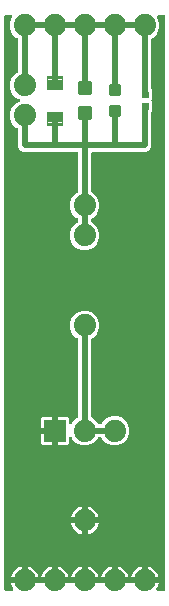
<source format=gtl>
G04 EAGLE Gerber RS-274X export*
G75*
%MOMM*%
%FSLAX34Y34*%
%LPD*%
%INTop Copper*%
%IPPOS*%
%AMOC8*
5,1,8,0,0,1.08239X$1,22.5*%
G01*
%ADD10C,1.879600*%
%ADD11C,0.096000*%
%ADD12C,0.300000*%
%ADD13C,0.102000*%
%ADD14C,0.360000*%
%ADD15R,1.879600X1.879600*%
%ADD16C,0.508000*%
%ADD17C,0.736600*%

G36*
X10655Y4070D02*
X10655Y4070D01*
X10695Y4067D01*
X10813Y4090D01*
X10931Y4105D01*
X10968Y4119D01*
X11007Y4127D01*
X11116Y4178D01*
X11227Y4222D01*
X11259Y4245D01*
X11295Y4262D01*
X11387Y4338D01*
X11484Y4408D01*
X11510Y4439D01*
X11540Y4464D01*
X11611Y4561D01*
X11687Y4653D01*
X11704Y4689D01*
X11728Y4722D01*
X11772Y4833D01*
X11823Y4941D01*
X11830Y4980D01*
X11845Y5017D01*
X11860Y5136D01*
X11882Y5253D01*
X11880Y5293D01*
X11885Y5333D01*
X11870Y5452D01*
X11863Y5571D01*
X11850Y5609D01*
X11845Y5648D01*
X11802Y5760D01*
X11765Y5873D01*
X11743Y5907D01*
X11729Y5944D01*
X11643Y6080D01*
X11379Y6443D01*
X10526Y8117D01*
X9945Y9904D01*
X9905Y10161D01*
X20320Y10161D01*
X20438Y10176D01*
X20557Y10183D01*
X20595Y10196D01*
X20635Y10201D01*
X20746Y10244D01*
X20859Y10281D01*
X20893Y10303D01*
X20931Y10318D01*
X21027Y10388D01*
X21128Y10451D01*
X21156Y10481D01*
X21188Y10504D01*
X21264Y10596D01*
X21346Y10683D01*
X21365Y10718D01*
X21391Y10749D01*
X21442Y10857D01*
X21499Y10961D01*
X21510Y11001D01*
X21527Y11037D01*
X21549Y11154D01*
X21579Y11269D01*
X21583Y11330D01*
X21587Y11350D01*
X21585Y11370D01*
X21589Y11430D01*
X21589Y12701D01*
X21591Y12701D01*
X21591Y11430D01*
X21606Y11312D01*
X21613Y11193D01*
X21626Y11155D01*
X21631Y11114D01*
X21675Y11004D01*
X21711Y10891D01*
X21733Y10856D01*
X21748Y10819D01*
X21818Y10723D01*
X21881Y10622D01*
X21911Y10594D01*
X21935Y10561D01*
X22026Y10486D01*
X22113Y10404D01*
X22148Y10384D01*
X22180Y10359D01*
X22287Y10308D01*
X22392Y10250D01*
X22431Y10240D01*
X22467Y10223D01*
X22584Y10201D01*
X22699Y10171D01*
X22760Y10167D01*
X22780Y10163D01*
X22800Y10165D01*
X22860Y10161D01*
X45720Y10161D01*
X45838Y10176D01*
X45957Y10183D01*
X45995Y10196D01*
X46035Y10201D01*
X46146Y10244D01*
X46259Y10281D01*
X46293Y10303D01*
X46331Y10318D01*
X46427Y10388D01*
X46528Y10451D01*
X46556Y10481D01*
X46588Y10504D01*
X46664Y10596D01*
X46746Y10683D01*
X46765Y10718D01*
X46791Y10749D01*
X46842Y10857D01*
X46899Y10961D01*
X46910Y11001D01*
X46927Y11037D01*
X46949Y11154D01*
X46979Y11269D01*
X46983Y11330D01*
X46987Y11350D01*
X46985Y11370D01*
X46989Y11430D01*
X46989Y12701D01*
X46991Y12701D01*
X46991Y11430D01*
X47006Y11312D01*
X47013Y11193D01*
X47026Y11155D01*
X47031Y11114D01*
X47075Y11004D01*
X47111Y10891D01*
X47133Y10856D01*
X47148Y10819D01*
X47218Y10723D01*
X47281Y10622D01*
X47311Y10594D01*
X47335Y10561D01*
X47426Y10486D01*
X47513Y10404D01*
X47548Y10384D01*
X47580Y10359D01*
X47687Y10308D01*
X47792Y10250D01*
X47831Y10240D01*
X47867Y10223D01*
X47984Y10201D01*
X48099Y10171D01*
X48160Y10167D01*
X48180Y10163D01*
X48200Y10165D01*
X48260Y10161D01*
X71120Y10161D01*
X71238Y10176D01*
X71357Y10183D01*
X71395Y10196D01*
X71435Y10201D01*
X71546Y10244D01*
X71659Y10281D01*
X71693Y10303D01*
X71731Y10318D01*
X71827Y10388D01*
X71928Y10451D01*
X71956Y10481D01*
X71988Y10504D01*
X72064Y10596D01*
X72146Y10683D01*
X72165Y10718D01*
X72191Y10749D01*
X72242Y10857D01*
X72299Y10961D01*
X72310Y11001D01*
X72327Y11037D01*
X72349Y11154D01*
X72379Y11269D01*
X72383Y11330D01*
X72387Y11350D01*
X72385Y11370D01*
X72389Y11430D01*
X72389Y12701D01*
X72391Y12701D01*
X72391Y11430D01*
X72406Y11312D01*
X72413Y11193D01*
X72426Y11155D01*
X72431Y11114D01*
X72475Y11004D01*
X72511Y10891D01*
X72533Y10856D01*
X72548Y10819D01*
X72618Y10723D01*
X72681Y10622D01*
X72711Y10594D01*
X72735Y10561D01*
X72826Y10486D01*
X72913Y10404D01*
X72948Y10384D01*
X72980Y10359D01*
X73087Y10308D01*
X73192Y10250D01*
X73231Y10240D01*
X73267Y10223D01*
X73384Y10201D01*
X73499Y10171D01*
X73560Y10167D01*
X73580Y10163D01*
X73600Y10165D01*
X73660Y10161D01*
X96520Y10161D01*
X96638Y10176D01*
X96757Y10183D01*
X96795Y10196D01*
X96835Y10201D01*
X96946Y10244D01*
X97059Y10281D01*
X97093Y10303D01*
X97131Y10318D01*
X97227Y10388D01*
X97328Y10451D01*
X97356Y10481D01*
X97388Y10504D01*
X97464Y10596D01*
X97546Y10683D01*
X97565Y10718D01*
X97591Y10749D01*
X97642Y10857D01*
X97699Y10961D01*
X97710Y11001D01*
X97727Y11037D01*
X97749Y11154D01*
X97779Y11269D01*
X97783Y11330D01*
X97787Y11350D01*
X97785Y11370D01*
X97789Y11430D01*
X97789Y12701D01*
X97791Y12701D01*
X97791Y11430D01*
X97806Y11312D01*
X97813Y11193D01*
X97826Y11155D01*
X97831Y11114D01*
X97875Y11004D01*
X97911Y10891D01*
X97933Y10856D01*
X97948Y10819D01*
X98018Y10723D01*
X98081Y10622D01*
X98111Y10594D01*
X98135Y10561D01*
X98226Y10486D01*
X98313Y10404D01*
X98348Y10384D01*
X98380Y10359D01*
X98487Y10308D01*
X98592Y10250D01*
X98631Y10240D01*
X98667Y10223D01*
X98784Y10201D01*
X98899Y10171D01*
X98960Y10167D01*
X98980Y10163D01*
X99000Y10165D01*
X99060Y10161D01*
X121920Y10161D01*
X122038Y10176D01*
X122157Y10183D01*
X122195Y10196D01*
X122235Y10201D01*
X122346Y10244D01*
X122459Y10281D01*
X122493Y10303D01*
X122531Y10318D01*
X122627Y10388D01*
X122728Y10451D01*
X122756Y10481D01*
X122788Y10504D01*
X122864Y10596D01*
X122946Y10683D01*
X122965Y10718D01*
X122991Y10749D01*
X123042Y10857D01*
X123099Y10961D01*
X123110Y11001D01*
X123127Y11037D01*
X123149Y11154D01*
X123179Y11269D01*
X123183Y11330D01*
X123187Y11350D01*
X123185Y11370D01*
X123189Y11430D01*
X123189Y12701D01*
X123191Y12701D01*
X123191Y11430D01*
X123206Y11312D01*
X123213Y11193D01*
X123226Y11155D01*
X123231Y11114D01*
X123275Y11004D01*
X123311Y10891D01*
X123333Y10856D01*
X123348Y10819D01*
X123418Y10723D01*
X123481Y10622D01*
X123511Y10594D01*
X123535Y10561D01*
X123626Y10486D01*
X123713Y10404D01*
X123748Y10384D01*
X123780Y10359D01*
X123887Y10308D01*
X123992Y10250D01*
X124031Y10240D01*
X124067Y10223D01*
X124184Y10201D01*
X124299Y10171D01*
X124360Y10167D01*
X124380Y10163D01*
X124400Y10165D01*
X124460Y10161D01*
X134875Y10161D01*
X134835Y9904D01*
X134254Y8117D01*
X133401Y6443D01*
X133137Y6080D01*
X133118Y6045D01*
X133093Y6015D01*
X133042Y5906D01*
X132984Y5801D01*
X132974Y5763D01*
X132957Y5727D01*
X132935Y5609D01*
X132905Y5493D01*
X132905Y5454D01*
X132898Y5414D01*
X132905Y5295D01*
X132905Y5175D01*
X132915Y5137D01*
X132917Y5097D01*
X132954Y4983D01*
X132984Y4867D01*
X133003Y4832D01*
X133015Y4795D01*
X133079Y4694D01*
X133137Y4589D01*
X133164Y4559D01*
X133185Y4526D01*
X133273Y4444D01*
X133355Y4357D01*
X133388Y4335D01*
X133417Y4308D01*
X133522Y4250D01*
X133623Y4186D01*
X133661Y4174D01*
X133696Y4154D01*
X133811Y4125D01*
X133925Y4087D01*
X133965Y4085D01*
X134004Y4075D01*
X134164Y4065D01*
X139446Y4065D01*
X139564Y4080D01*
X139683Y4087D01*
X139721Y4100D01*
X139762Y4105D01*
X139872Y4148D01*
X139985Y4185D01*
X140020Y4207D01*
X140057Y4222D01*
X140153Y4291D01*
X140254Y4355D01*
X140282Y4385D01*
X140315Y4408D01*
X140391Y4500D01*
X140472Y4587D01*
X140492Y4622D01*
X140517Y4653D01*
X140568Y4761D01*
X140626Y4865D01*
X140636Y4905D01*
X140653Y4941D01*
X140675Y5058D01*
X140705Y5173D01*
X140709Y5233D01*
X140713Y5253D01*
X140711Y5274D01*
X140715Y5334D01*
X140715Y489966D01*
X140700Y490084D01*
X140693Y490203D01*
X140680Y490241D01*
X140675Y490282D01*
X140632Y490392D01*
X140595Y490505D01*
X140573Y490540D01*
X140558Y490577D01*
X140489Y490673D01*
X140425Y490774D01*
X140395Y490802D01*
X140372Y490835D01*
X140280Y490911D01*
X140193Y490992D01*
X140158Y491012D01*
X140127Y491037D01*
X140019Y491088D01*
X139915Y491146D01*
X139875Y491156D01*
X139839Y491173D01*
X139722Y491195D01*
X139607Y491225D01*
X139547Y491229D01*
X139527Y491233D01*
X139506Y491231D01*
X139446Y491235D01*
X134985Y491235D01*
X134936Y491229D01*
X134886Y491231D01*
X134779Y491209D01*
X134669Y491195D01*
X134623Y491177D01*
X134575Y491167D01*
X134476Y491119D01*
X134374Y491078D01*
X134334Y491049D01*
X134289Y491027D01*
X134205Y490956D01*
X134116Y490892D01*
X134085Y490853D01*
X134047Y490821D01*
X133984Y490731D01*
X133914Y490647D01*
X133892Y490602D01*
X133864Y490561D01*
X133825Y490458D01*
X133778Y490359D01*
X133769Y490310D01*
X133751Y490264D01*
X133739Y490154D01*
X133718Y490047D01*
X133721Y489997D01*
X133716Y489948D01*
X133731Y489839D01*
X133738Y489729D01*
X133753Y489682D01*
X133760Y489633D01*
X133812Y489480D01*
X135637Y485076D01*
X135637Y480124D01*
X133742Y475550D01*
X130241Y472048D01*
X129562Y471767D01*
X129537Y471753D01*
X129509Y471744D01*
X129399Y471674D01*
X129286Y471610D01*
X129265Y471589D01*
X129240Y471573D01*
X129151Y471479D01*
X129058Y471388D01*
X129042Y471363D01*
X129022Y471342D01*
X128959Y471228D01*
X128891Y471117D01*
X128883Y471089D01*
X128868Y471063D01*
X128836Y470938D01*
X128798Y470813D01*
X128796Y470784D01*
X128789Y470755D01*
X128779Y470595D01*
X128779Y429050D01*
X128791Y428951D01*
X128794Y428853D01*
X128811Y428794D01*
X128819Y428734D01*
X128855Y428642D01*
X128883Y428547D01*
X128913Y428495D01*
X128936Y428439D01*
X128994Y428359D01*
X129044Y428273D01*
X129110Y428198D01*
X129122Y428181D01*
X129132Y428173D01*
X129151Y428152D01*
X129239Y428064D01*
X129239Y420136D01*
X129100Y419998D01*
X129027Y419903D01*
X128949Y419814D01*
X128937Y419791D01*
X128936Y419790D01*
X128932Y419782D01*
X128930Y419778D01*
X128905Y419746D01*
X128858Y419637D01*
X128804Y419531D01*
X128795Y419492D01*
X128779Y419454D01*
X128760Y419337D01*
X128734Y419221D01*
X128736Y419180D01*
X128729Y419140D01*
X128740Y419022D01*
X128744Y418903D01*
X128755Y418864D01*
X128759Y418824D01*
X128799Y418712D01*
X128832Y418597D01*
X128853Y418562D01*
X128867Y418524D01*
X128933Y418426D01*
X128994Y418323D01*
X129034Y418278D01*
X129045Y418261D01*
X129060Y418248D01*
X129100Y418203D01*
X129239Y418064D01*
X129239Y410136D01*
X129150Y410048D01*
X129090Y409969D01*
X129022Y409897D01*
X128993Y409844D01*
X128956Y409796D01*
X128916Y409705D01*
X128868Y409619D01*
X128853Y409560D01*
X128829Y409505D01*
X128814Y409407D01*
X128789Y409311D01*
X128783Y409211D01*
X128779Y409190D01*
X128781Y409178D01*
X128779Y409150D01*
X128779Y379888D01*
X127928Y377834D01*
X126356Y376262D01*
X124302Y375411D01*
X79248Y375411D01*
X79130Y375396D01*
X79011Y375389D01*
X78973Y375376D01*
X78932Y375371D01*
X78822Y375328D01*
X78709Y375291D01*
X78674Y375269D01*
X78637Y375254D01*
X78541Y375185D01*
X78440Y375121D01*
X78412Y375091D01*
X78379Y375068D01*
X78303Y374976D01*
X78222Y374889D01*
X78202Y374854D01*
X78177Y374823D01*
X78126Y374715D01*
X78068Y374611D01*
X78058Y374571D01*
X78041Y374535D01*
X78019Y374418D01*
X77989Y374303D01*
X77985Y374243D01*
X77981Y374223D01*
X77983Y374202D01*
X77979Y374142D01*
X77979Y342205D01*
X77982Y342176D01*
X77980Y342147D01*
X78002Y342019D01*
X78019Y341890D01*
X78029Y341862D01*
X78034Y341833D01*
X78088Y341715D01*
X78136Y341594D01*
X78153Y341570D01*
X78165Y341543D01*
X78246Y341442D01*
X78322Y341337D01*
X78345Y341318D01*
X78364Y341295D01*
X78467Y341217D01*
X78567Y341134D01*
X78594Y341121D01*
X78618Y341104D01*
X78762Y341033D01*
X79441Y340752D01*
X82942Y337250D01*
X84837Y332676D01*
X84837Y327724D01*
X82942Y323150D01*
X79441Y319648D01*
X78762Y319367D01*
X78737Y319353D01*
X78709Y319344D01*
X78599Y319274D01*
X78486Y319210D01*
X78465Y319189D01*
X78440Y319173D01*
X78351Y319079D01*
X78258Y318988D01*
X78242Y318963D01*
X78222Y318942D01*
X78159Y318828D01*
X78091Y318717D01*
X78083Y318689D01*
X78068Y318663D01*
X78036Y318538D01*
X77998Y318413D01*
X77996Y318384D01*
X77989Y318355D01*
X77979Y318195D01*
X77979Y316805D01*
X77982Y316776D01*
X77980Y316747D01*
X78002Y316619D01*
X78019Y316490D01*
X78029Y316462D01*
X78034Y316433D01*
X78088Y316315D01*
X78136Y316194D01*
X78153Y316170D01*
X78165Y316143D01*
X78246Y316042D01*
X78322Y315937D01*
X78345Y315918D01*
X78364Y315895D01*
X78467Y315817D01*
X78567Y315734D01*
X78594Y315721D01*
X78618Y315704D01*
X78762Y315633D01*
X79441Y315352D01*
X82942Y311850D01*
X84837Y307276D01*
X84837Y302324D01*
X82942Y297750D01*
X79440Y294248D01*
X74866Y292353D01*
X69914Y292353D01*
X65340Y294248D01*
X61838Y297750D01*
X59943Y302324D01*
X59943Y307276D01*
X61838Y311850D01*
X65339Y315352D01*
X66018Y315633D01*
X66043Y315647D01*
X66071Y315656D01*
X66181Y315726D01*
X66294Y315790D01*
X66315Y315811D01*
X66340Y315827D01*
X66429Y315921D01*
X66522Y316012D01*
X66538Y316037D01*
X66558Y316058D01*
X66621Y316172D01*
X66689Y316283D01*
X66697Y316311D01*
X66712Y316337D01*
X66744Y316462D01*
X66782Y316587D01*
X66784Y316616D01*
X66791Y316645D01*
X66801Y316805D01*
X66801Y318195D01*
X66798Y318224D01*
X66800Y318253D01*
X66778Y318381D01*
X66761Y318510D01*
X66751Y318538D01*
X66746Y318567D01*
X66692Y318685D01*
X66644Y318806D01*
X66627Y318830D01*
X66615Y318857D01*
X66534Y318958D01*
X66458Y319063D01*
X66435Y319082D01*
X66416Y319105D01*
X66313Y319183D01*
X66213Y319266D01*
X66186Y319279D01*
X66162Y319296D01*
X66018Y319367D01*
X65339Y319648D01*
X61838Y323150D01*
X59943Y327724D01*
X59943Y332676D01*
X61838Y337250D01*
X65339Y340752D01*
X66018Y341033D01*
X66043Y341047D01*
X66071Y341056D01*
X66181Y341126D01*
X66294Y341190D01*
X66315Y341211D01*
X66340Y341227D01*
X66429Y341321D01*
X66522Y341412D01*
X66538Y341437D01*
X66558Y341458D01*
X66621Y341572D01*
X66689Y341683D01*
X66697Y341711D01*
X66712Y341737D01*
X66744Y341862D01*
X66782Y341987D01*
X66784Y342016D01*
X66791Y342045D01*
X66801Y342205D01*
X66801Y374142D01*
X66786Y374260D01*
X66779Y374379D01*
X66766Y374417D01*
X66761Y374458D01*
X66718Y374568D01*
X66681Y374681D01*
X66659Y374716D01*
X66644Y374753D01*
X66575Y374849D01*
X66511Y374950D01*
X66481Y374978D01*
X66458Y375011D01*
X66366Y375087D01*
X66279Y375168D01*
X66244Y375188D01*
X66213Y375213D01*
X66105Y375264D01*
X66001Y375322D01*
X65961Y375332D01*
X65925Y375349D01*
X65808Y375371D01*
X65693Y375401D01*
X65633Y375405D01*
X65613Y375409D01*
X65592Y375407D01*
X65532Y375411D01*
X20478Y375411D01*
X18424Y376262D01*
X16852Y377834D01*
X16001Y379888D01*
X16001Y394395D01*
X15998Y394424D01*
X16000Y394453D01*
X15978Y394581D01*
X15961Y394710D01*
X15951Y394738D01*
X15946Y394767D01*
X15892Y394885D01*
X15844Y395006D01*
X15827Y395030D01*
X15815Y395057D01*
X15734Y395158D01*
X15658Y395263D01*
X15635Y395282D01*
X15616Y395305D01*
X15513Y395383D01*
X15413Y395466D01*
X15386Y395479D01*
X15362Y395496D01*
X15218Y395567D01*
X14539Y395848D01*
X11038Y399350D01*
X9143Y403924D01*
X9143Y408876D01*
X11038Y413450D01*
X14539Y416952D01*
X16895Y417927D01*
X17016Y417996D01*
X17138Y418061D01*
X17153Y418075D01*
X17171Y418085D01*
X17271Y418182D01*
X17374Y418275D01*
X17385Y418292D01*
X17399Y418306D01*
X17472Y418424D01*
X17548Y418541D01*
X17555Y418560D01*
X17566Y418577D01*
X17606Y418710D01*
X17652Y418842D01*
X17653Y418862D01*
X17659Y418881D01*
X17666Y419020D01*
X17677Y419159D01*
X17673Y419179D01*
X17674Y419199D01*
X17646Y419335D01*
X17622Y419472D01*
X17614Y419491D01*
X17610Y419510D01*
X17549Y419635D01*
X17492Y419762D01*
X17479Y419778D01*
X17470Y419796D01*
X17380Y419902D01*
X17293Y420010D01*
X17277Y420023D01*
X17264Y420038D01*
X17156Y420114D01*
X17133Y420136D01*
X17111Y420148D01*
X17039Y420202D01*
X17014Y420214D01*
X17004Y420221D01*
X16985Y420228D01*
X16895Y420273D01*
X14540Y421248D01*
X11038Y424750D01*
X9143Y429324D01*
X9143Y434276D01*
X11038Y438850D01*
X14539Y442352D01*
X15218Y442633D01*
X15243Y442647D01*
X15271Y442656D01*
X15381Y442726D01*
X15494Y442790D01*
X15515Y442811D01*
X15540Y442827D01*
X15629Y442921D01*
X15722Y443012D01*
X15738Y443037D01*
X15758Y443058D01*
X15821Y443172D01*
X15889Y443283D01*
X15897Y443311D01*
X15912Y443337D01*
X15944Y443462D01*
X15982Y443587D01*
X15984Y443616D01*
X15991Y443645D01*
X16001Y443805D01*
X16001Y470595D01*
X15998Y470624D01*
X16000Y470653D01*
X15978Y470781D01*
X15961Y470910D01*
X15951Y470938D01*
X15946Y470967D01*
X15892Y471085D01*
X15844Y471206D01*
X15827Y471230D01*
X15815Y471257D01*
X15734Y471358D01*
X15658Y471463D01*
X15635Y471482D01*
X15616Y471505D01*
X15513Y471583D01*
X15413Y471666D01*
X15386Y471679D01*
X15362Y471696D01*
X15218Y471767D01*
X14539Y472048D01*
X11038Y475550D01*
X9143Y480124D01*
X9143Y485076D01*
X10968Y489480D01*
X10981Y489528D01*
X11002Y489573D01*
X11023Y489681D01*
X11052Y489787D01*
X11052Y489837D01*
X11062Y489886D01*
X11055Y489995D01*
X11057Y490105D01*
X11045Y490153D01*
X11042Y490203D01*
X11008Y490307D01*
X10983Y490414D01*
X10959Y490458D01*
X10944Y490505D01*
X10885Y490598D01*
X10834Y490695D01*
X10800Y490732D01*
X10774Y490774D01*
X10694Y490849D01*
X10620Y490931D01*
X10578Y490958D01*
X10542Y490992D01*
X10446Y491045D01*
X10354Y491105D01*
X10307Y491122D01*
X10264Y491146D01*
X10157Y491173D01*
X10053Y491209D01*
X10004Y491213D01*
X9956Y491225D01*
X9795Y491235D01*
X5334Y491235D01*
X5216Y491220D01*
X5097Y491213D01*
X5059Y491200D01*
X5018Y491195D01*
X4908Y491152D01*
X4795Y491115D01*
X4760Y491093D01*
X4723Y491078D01*
X4627Y491009D01*
X4526Y490945D01*
X4498Y490915D01*
X4465Y490892D01*
X4389Y490800D01*
X4308Y490713D01*
X4288Y490678D01*
X4263Y490647D01*
X4212Y490539D01*
X4154Y490435D01*
X4144Y490395D01*
X4127Y490359D01*
X4105Y490242D01*
X4075Y490127D01*
X4071Y490067D01*
X4067Y490047D01*
X4069Y490026D01*
X4065Y489966D01*
X4065Y5334D01*
X4080Y5216D01*
X4087Y5097D01*
X4100Y5059D01*
X4105Y5018D01*
X4148Y4908D01*
X4185Y4795D01*
X4207Y4760D01*
X4222Y4723D01*
X4291Y4627D01*
X4355Y4526D01*
X4385Y4498D01*
X4408Y4465D01*
X4500Y4389D01*
X4587Y4308D01*
X4622Y4288D01*
X4653Y4263D01*
X4761Y4212D01*
X4865Y4154D01*
X4905Y4144D01*
X4941Y4127D01*
X5058Y4105D01*
X5173Y4075D01*
X5233Y4071D01*
X5253Y4067D01*
X5274Y4069D01*
X5334Y4065D01*
X10616Y4065D01*
X10655Y4070D01*
G37*
%LPC*%
G36*
X69914Y127103D02*
X69914Y127103D01*
X65340Y128998D01*
X61838Y132499D01*
X61371Y133628D01*
X61336Y133689D01*
X61310Y133754D01*
X61258Y133826D01*
X61213Y133905D01*
X61165Y133955D01*
X61124Y134011D01*
X61054Y134068D01*
X60992Y134133D01*
X60932Y134169D01*
X60879Y134214D01*
X60797Y134252D01*
X60721Y134299D01*
X60654Y134320D01*
X60591Y134349D01*
X60503Y134366D01*
X60417Y134393D01*
X60347Y134396D01*
X60278Y134409D01*
X60189Y134404D01*
X60099Y134408D01*
X60031Y134394D01*
X59961Y134390D01*
X59876Y134362D01*
X59788Y134344D01*
X59725Y134313D01*
X59659Y134291D01*
X59583Y134243D01*
X59502Y134204D01*
X59449Y134159D01*
X59390Y134121D01*
X59328Y134056D01*
X59260Y133998D01*
X59220Y133941D01*
X59172Y133890D01*
X59129Y133811D01*
X59077Y133738D01*
X59052Y133672D01*
X59018Y133611D01*
X58996Y133524D01*
X58964Y133440D01*
X58956Y133371D01*
X58939Y133303D01*
X58929Y133143D01*
X58929Y129818D01*
X58756Y129171D01*
X58421Y128592D01*
X57948Y128119D01*
X57369Y127784D01*
X56722Y127611D01*
X49529Y127611D01*
X49529Y138280D01*
X49514Y138398D01*
X49507Y138517D01*
X49494Y138555D01*
X49489Y138595D01*
X49446Y138706D01*
X49409Y138819D01*
X49387Y138853D01*
X49372Y138891D01*
X49302Y138987D01*
X49239Y139088D01*
X49209Y139116D01*
X49185Y139148D01*
X49094Y139224D01*
X49007Y139306D01*
X48972Y139325D01*
X48941Y139351D01*
X48833Y139402D01*
X48729Y139459D01*
X48689Y139470D01*
X48653Y139487D01*
X48536Y139509D01*
X48421Y139539D01*
X48360Y139543D01*
X48340Y139547D01*
X48320Y139545D01*
X48260Y139549D01*
X46989Y139549D01*
X46989Y139551D01*
X48260Y139551D01*
X48378Y139566D01*
X48497Y139573D01*
X48535Y139586D01*
X48575Y139591D01*
X48686Y139635D01*
X48799Y139671D01*
X48834Y139693D01*
X48871Y139708D01*
X48967Y139778D01*
X49068Y139841D01*
X49096Y139871D01*
X49129Y139895D01*
X49204Y139986D01*
X49286Y140073D01*
X49306Y140108D01*
X49331Y140140D01*
X49382Y140247D01*
X49440Y140352D01*
X49450Y140391D01*
X49467Y140427D01*
X49489Y140544D01*
X49519Y140659D01*
X49523Y140720D01*
X49527Y140740D01*
X49525Y140760D01*
X49529Y140820D01*
X49529Y151489D01*
X56722Y151489D01*
X57369Y151316D01*
X57948Y150981D01*
X58421Y150508D01*
X58756Y149929D01*
X58929Y149282D01*
X58929Y145957D01*
X58937Y145888D01*
X58936Y145818D01*
X58957Y145731D01*
X58969Y145642D01*
X58994Y145577D01*
X59011Y145509D01*
X59053Y145430D01*
X59086Y145346D01*
X59127Y145290D01*
X59159Y145228D01*
X59220Y145162D01*
X59272Y145089D01*
X59326Y145044D01*
X59373Y144993D01*
X59448Y144943D01*
X59517Y144886D01*
X59581Y144856D01*
X59639Y144818D01*
X59724Y144789D01*
X59805Y144751D01*
X59874Y144737D01*
X59940Y144715D01*
X60029Y144708D01*
X60117Y144691D01*
X60187Y144695D01*
X60257Y144690D01*
X60345Y144705D01*
X60435Y144710D01*
X60501Y144732D01*
X60570Y144744D01*
X60652Y144781D01*
X60737Y144809D01*
X60796Y144846D01*
X60860Y144875D01*
X60930Y144931D01*
X61006Y144979D01*
X61054Y145029D01*
X61108Y145073D01*
X61163Y145145D01*
X61224Y145210D01*
X61258Y145271D01*
X61300Y145327D01*
X61371Y145472D01*
X61838Y146601D01*
X65339Y150102D01*
X66018Y150383D01*
X66043Y150397D01*
X66071Y150406D01*
X66181Y150476D01*
X66294Y150540D01*
X66315Y150561D01*
X66340Y150577D01*
X66429Y150671D01*
X66522Y150762D01*
X66538Y150787D01*
X66558Y150808D01*
X66621Y150922D01*
X66689Y151033D01*
X66697Y151061D01*
X66712Y151087D01*
X66744Y151212D01*
X66782Y151337D01*
X66784Y151366D01*
X66791Y151395D01*
X66801Y151555D01*
X66801Y216595D01*
X66798Y216624D01*
X66800Y216653D01*
X66778Y216781D01*
X66761Y216910D01*
X66751Y216938D01*
X66746Y216967D01*
X66692Y217085D01*
X66644Y217206D01*
X66627Y217230D01*
X66615Y217257D01*
X66534Y217358D01*
X66458Y217463D01*
X66435Y217482D01*
X66416Y217505D01*
X66313Y217583D01*
X66213Y217666D01*
X66186Y217679D01*
X66162Y217696D01*
X66018Y217767D01*
X65339Y218048D01*
X61838Y221550D01*
X59943Y226124D01*
X59943Y231076D01*
X61838Y235650D01*
X65340Y239152D01*
X69914Y241047D01*
X74866Y241047D01*
X79440Y239152D01*
X82942Y235650D01*
X84837Y231076D01*
X84837Y226124D01*
X82942Y221550D01*
X79441Y218048D01*
X78762Y217767D01*
X78737Y217753D01*
X78709Y217744D01*
X78599Y217674D01*
X78486Y217610D01*
X78465Y217589D01*
X78440Y217573D01*
X78351Y217479D01*
X78258Y217388D01*
X78242Y217363D01*
X78222Y217342D01*
X78159Y217228D01*
X78091Y217117D01*
X78083Y217089D01*
X78068Y217063D01*
X78036Y216938D01*
X77998Y216813D01*
X77996Y216784D01*
X77989Y216755D01*
X77979Y216595D01*
X77979Y151555D01*
X77982Y151526D01*
X77980Y151497D01*
X78002Y151369D01*
X78019Y151240D01*
X78029Y151212D01*
X78034Y151183D01*
X78088Y151065D01*
X78136Y150944D01*
X78153Y150920D01*
X78165Y150893D01*
X78246Y150792D01*
X78322Y150687D01*
X78345Y150668D01*
X78364Y150645D01*
X78467Y150567D01*
X78567Y150484D01*
X78594Y150471D01*
X78618Y150454D01*
X78762Y150383D01*
X79441Y150102D01*
X82942Y146601D01*
X83223Y145922D01*
X83237Y145897D01*
X83246Y145869D01*
X83316Y145759D01*
X83380Y145646D01*
X83401Y145625D01*
X83417Y145600D01*
X83511Y145511D01*
X83602Y145418D01*
X83627Y145402D01*
X83648Y145382D01*
X83762Y145319D01*
X83873Y145251D01*
X83901Y145243D01*
X83927Y145228D01*
X84052Y145196D01*
X84177Y145158D01*
X84206Y145156D01*
X84235Y145149D01*
X84395Y145139D01*
X85785Y145139D01*
X85814Y145142D01*
X85843Y145140D01*
X85971Y145162D01*
X86100Y145179D01*
X86128Y145189D01*
X86157Y145194D01*
X86275Y145248D01*
X86396Y145296D01*
X86420Y145313D01*
X86447Y145325D01*
X86548Y145406D01*
X86653Y145482D01*
X86672Y145505D01*
X86695Y145524D01*
X86773Y145627D01*
X86856Y145727D01*
X86869Y145754D01*
X86886Y145778D01*
X86957Y145922D01*
X87238Y146601D01*
X90740Y150102D01*
X95314Y151997D01*
X100266Y151997D01*
X104840Y150102D01*
X108342Y146600D01*
X110237Y142026D01*
X110237Y137074D01*
X108342Y132500D01*
X104840Y128998D01*
X100266Y127103D01*
X95314Y127103D01*
X90740Y128998D01*
X87238Y132499D01*
X86957Y133178D01*
X86943Y133203D01*
X86934Y133231D01*
X86864Y133341D01*
X86800Y133454D01*
X86779Y133475D01*
X86763Y133500D01*
X86669Y133589D01*
X86578Y133682D01*
X86553Y133698D01*
X86532Y133718D01*
X86418Y133781D01*
X86307Y133849D01*
X86279Y133857D01*
X86253Y133872D01*
X86128Y133904D01*
X86003Y133942D01*
X85974Y133944D01*
X85945Y133951D01*
X85785Y133961D01*
X84395Y133961D01*
X84366Y133958D01*
X84337Y133960D01*
X84209Y133938D01*
X84080Y133921D01*
X84052Y133911D01*
X84023Y133906D01*
X83905Y133852D01*
X83784Y133804D01*
X83760Y133787D01*
X83733Y133775D01*
X83632Y133694D01*
X83527Y133618D01*
X83508Y133595D01*
X83485Y133576D01*
X83407Y133473D01*
X83324Y133373D01*
X83311Y133346D01*
X83294Y133322D01*
X83223Y133178D01*
X82942Y132499D01*
X79440Y128998D01*
X74866Y127103D01*
X69914Y127103D01*
G37*
%LPD*%
%LPC*%
G36*
X35051Y142089D02*
X35051Y142089D01*
X35051Y149282D01*
X35224Y149929D01*
X35559Y150508D01*
X36032Y150981D01*
X36611Y151316D01*
X37258Y151489D01*
X44451Y151489D01*
X44451Y142089D01*
X35051Y142089D01*
G37*
%LPD*%
%LPC*%
G36*
X37258Y127611D02*
X37258Y127611D01*
X36611Y127784D01*
X36032Y128119D01*
X35559Y128592D01*
X35224Y129171D01*
X35051Y129818D01*
X35051Y137011D01*
X44451Y137011D01*
X44451Y127611D01*
X37258Y127611D01*
G37*
%LPD*%
%LPC*%
G36*
X100329Y15239D02*
X100329Y15239D01*
X100329Y24385D01*
X100586Y24345D01*
X102373Y23764D01*
X104047Y22911D01*
X105568Y21806D01*
X106896Y20478D01*
X108001Y18957D01*
X108854Y17283D01*
X109283Y15963D01*
X109317Y15891D01*
X109341Y15815D01*
X109384Y15748D01*
X109418Y15675D01*
X109469Y15614D01*
X109512Y15547D01*
X109570Y15492D01*
X109621Y15430D01*
X109685Y15383D01*
X109743Y15329D01*
X109814Y15290D01*
X109878Y15243D01*
X109889Y15239D01*
X100329Y15239D01*
G37*
%LPD*%
%LPC*%
G36*
X49529Y15239D02*
X49529Y15239D01*
X49529Y24385D01*
X49786Y24345D01*
X51573Y23764D01*
X53247Y22911D01*
X54768Y21806D01*
X56096Y20478D01*
X57201Y18957D01*
X58054Y17283D01*
X58483Y15963D01*
X58517Y15891D01*
X58541Y15815D01*
X58584Y15748D01*
X58618Y15675D01*
X58669Y15614D01*
X58712Y15547D01*
X58770Y15492D01*
X58821Y15430D01*
X58885Y15383D01*
X58943Y15329D01*
X59013Y15290D01*
X59078Y15243D01*
X59088Y15239D01*
X49529Y15239D01*
G37*
%LPD*%
%LPC*%
G36*
X24129Y15239D02*
X24129Y15239D01*
X24129Y24385D01*
X24386Y24345D01*
X26173Y23764D01*
X27847Y22911D01*
X29368Y21806D01*
X30696Y20478D01*
X31801Y18957D01*
X32654Y17283D01*
X33083Y15963D01*
X33117Y15891D01*
X33141Y15815D01*
X33184Y15748D01*
X33218Y15675D01*
X33269Y15614D01*
X33312Y15547D01*
X33370Y15492D01*
X33421Y15430D01*
X33485Y15383D01*
X33543Y15329D01*
X33613Y15290D01*
X33678Y15243D01*
X33688Y15239D01*
X24129Y15239D01*
G37*
%LPD*%
%LPC*%
G36*
X74929Y15239D02*
X74929Y15239D01*
X74929Y24385D01*
X75186Y24345D01*
X76973Y23764D01*
X78647Y22911D01*
X80168Y21806D01*
X81496Y20478D01*
X82601Y18957D01*
X83454Y17283D01*
X83883Y15963D01*
X83917Y15891D01*
X83941Y15815D01*
X83984Y15748D01*
X84018Y15675D01*
X84069Y15614D01*
X84112Y15547D01*
X84170Y15492D01*
X84221Y15430D01*
X84285Y15383D01*
X84343Y15329D01*
X84413Y15290D01*
X84478Y15243D01*
X84488Y15239D01*
X74929Y15239D01*
G37*
%LPD*%
%LPC*%
G36*
X60292Y15239D02*
X60292Y15239D01*
X60301Y15243D01*
X60365Y15289D01*
X60435Y15328D01*
X60493Y15382D01*
X60558Y15429D01*
X60609Y15491D01*
X60667Y15545D01*
X60710Y15613D01*
X60761Y15674D01*
X60795Y15746D01*
X60838Y15813D01*
X60896Y15961D01*
X60897Y15962D01*
X60897Y15963D01*
X61326Y17283D01*
X62179Y18957D01*
X63284Y20478D01*
X64612Y21806D01*
X66133Y22911D01*
X67807Y23764D01*
X69594Y24345D01*
X69851Y24385D01*
X69851Y15239D01*
X60292Y15239D01*
G37*
%LPD*%
%LPC*%
G36*
X34892Y15239D02*
X34892Y15239D01*
X34901Y15243D01*
X34965Y15289D01*
X35035Y15328D01*
X35093Y15382D01*
X35158Y15429D01*
X35209Y15491D01*
X35267Y15545D01*
X35310Y15613D01*
X35361Y15674D01*
X35395Y15746D01*
X35438Y15813D01*
X35496Y15961D01*
X35497Y15962D01*
X35497Y15963D01*
X35926Y17283D01*
X36779Y18957D01*
X37884Y20478D01*
X39212Y21806D01*
X40733Y22911D01*
X42407Y23764D01*
X44194Y24345D01*
X44451Y24385D01*
X44451Y15239D01*
X34892Y15239D01*
G37*
%LPD*%
%LPC*%
G36*
X85692Y15239D02*
X85692Y15239D01*
X85701Y15243D01*
X85765Y15289D01*
X85835Y15328D01*
X85893Y15382D01*
X85958Y15429D01*
X86009Y15491D01*
X86067Y15545D01*
X86110Y15613D01*
X86161Y15674D01*
X86195Y15746D01*
X86238Y15813D01*
X86296Y15961D01*
X86297Y15962D01*
X86297Y15963D01*
X86726Y17283D01*
X87579Y18957D01*
X88684Y20478D01*
X90012Y21806D01*
X91533Y22911D01*
X93207Y23764D01*
X94994Y24345D01*
X95251Y24385D01*
X95251Y15239D01*
X85692Y15239D01*
G37*
%LPD*%
%LPC*%
G36*
X111092Y15239D02*
X111092Y15239D01*
X111101Y15243D01*
X111165Y15289D01*
X111235Y15328D01*
X111293Y15382D01*
X111358Y15429D01*
X111409Y15491D01*
X111467Y15545D01*
X111510Y15613D01*
X111561Y15674D01*
X111595Y15746D01*
X111638Y15813D01*
X111696Y15960D01*
X111697Y15962D01*
X111697Y15963D01*
X111827Y16364D01*
X111828Y16364D01*
X111828Y16365D01*
X112126Y17283D01*
X112979Y18957D01*
X114084Y20478D01*
X115412Y21806D01*
X116933Y22911D01*
X118607Y23764D01*
X120394Y24345D01*
X120651Y24385D01*
X120651Y15239D01*
X111092Y15239D01*
G37*
%LPD*%
%LPC*%
G36*
X74929Y66039D02*
X74929Y66039D01*
X74929Y75185D01*
X75186Y75145D01*
X76973Y74564D01*
X78647Y73711D01*
X80168Y72606D01*
X81496Y71278D01*
X82601Y69757D01*
X83454Y68083D01*
X84035Y66296D01*
X84075Y66039D01*
X74929Y66039D01*
G37*
%LPD*%
%LPC*%
G36*
X125729Y15239D02*
X125729Y15239D01*
X125729Y24385D01*
X125986Y24345D01*
X127773Y23764D01*
X129447Y22911D01*
X130968Y21806D01*
X132296Y20478D01*
X133401Y18957D01*
X134254Y17283D01*
X134835Y15496D01*
X134875Y15239D01*
X125729Y15239D01*
G37*
%LPD*%
%LPC*%
G36*
X60705Y66039D02*
X60705Y66039D01*
X60745Y66296D01*
X61326Y68083D01*
X62179Y69757D01*
X63284Y71278D01*
X64612Y72606D01*
X66133Y73711D01*
X67807Y74564D01*
X69594Y75145D01*
X69851Y75185D01*
X69851Y66039D01*
X60705Y66039D01*
G37*
%LPD*%
%LPC*%
G36*
X74929Y60961D02*
X74929Y60961D01*
X84075Y60961D01*
X84035Y60704D01*
X83454Y58917D01*
X82601Y57243D01*
X81496Y55722D01*
X80168Y54394D01*
X78647Y53289D01*
X76973Y52436D01*
X75186Y51855D01*
X74929Y51815D01*
X74929Y60961D01*
G37*
%LPD*%
%LPC*%
G36*
X9905Y15239D02*
X9905Y15239D01*
X9945Y15496D01*
X10526Y17283D01*
X11379Y18957D01*
X12484Y20478D01*
X13812Y21806D01*
X15333Y22911D01*
X17007Y23764D01*
X18794Y24345D01*
X19051Y24385D01*
X19051Y15239D01*
X9905Y15239D01*
G37*
%LPD*%
%LPC*%
G36*
X69594Y51855D02*
X69594Y51855D01*
X67807Y52436D01*
X66133Y53289D01*
X64612Y54394D01*
X63284Y55722D01*
X62179Y57243D01*
X61326Y58917D01*
X60745Y60704D01*
X60705Y60961D01*
X69851Y60961D01*
X69851Y51815D01*
X69594Y51855D01*
G37*
%LPD*%
%LPC*%
G36*
X72389Y63499D02*
X72389Y63499D01*
X72389Y63501D01*
X72391Y63501D01*
X72391Y63499D01*
X72389Y63499D01*
G37*
%LPD*%
D10*
X72390Y330200D03*
X72390Y63500D03*
X72390Y228600D03*
X72390Y304800D03*
X21590Y406400D03*
X21590Y431800D03*
D11*
X40470Y428580D02*
X40470Y439620D01*
X53510Y439620D01*
X53510Y428580D01*
X40470Y428580D01*
X40470Y429492D02*
X53510Y429492D01*
X53510Y430404D02*
X40470Y430404D01*
X40470Y431316D02*
X53510Y431316D01*
X53510Y432228D02*
X40470Y432228D01*
X40470Y433140D02*
X53510Y433140D01*
X53510Y434052D02*
X40470Y434052D01*
X40470Y434964D02*
X53510Y434964D01*
X53510Y435876D02*
X40470Y435876D01*
X40470Y436788D02*
X53510Y436788D01*
X53510Y437700D02*
X40470Y437700D01*
X40470Y438612D02*
X53510Y438612D01*
X53510Y439524D02*
X40470Y439524D01*
X40470Y409620D02*
X40470Y398580D01*
X40470Y409620D02*
X53510Y409620D01*
X53510Y398580D01*
X40470Y398580D01*
X40470Y399492D02*
X53510Y399492D01*
X53510Y400404D02*
X40470Y400404D01*
X40470Y401316D02*
X53510Y401316D01*
X53510Y402228D02*
X40470Y402228D01*
X40470Y403140D02*
X53510Y403140D01*
X53510Y404052D02*
X40470Y404052D01*
X40470Y404964D02*
X53510Y404964D01*
X53510Y405876D02*
X40470Y405876D01*
X40470Y406788D02*
X53510Y406788D01*
X53510Y407700D02*
X40470Y407700D01*
X40470Y408612D02*
X53510Y408612D01*
X53510Y409524D02*
X40470Y409524D01*
D12*
X94290Y413830D02*
X101290Y413830D01*
X101290Y406830D01*
X94290Y406830D01*
X94290Y413830D01*
X94290Y409680D02*
X101290Y409680D01*
X101290Y412530D02*
X94290Y412530D01*
X94290Y431370D02*
X101290Y431370D01*
X101290Y424370D01*
X94290Y424370D01*
X94290Y431370D01*
X94290Y427220D02*
X101290Y427220D01*
X101290Y430070D02*
X94290Y430070D01*
D13*
X120700Y426590D02*
X120700Y421610D01*
X120700Y426590D02*
X125680Y426590D01*
X125680Y421610D01*
X120700Y421610D01*
X120700Y422579D02*
X125680Y422579D01*
X125680Y423548D02*
X120700Y423548D01*
X120700Y424517D02*
X125680Y424517D01*
X125680Y425486D02*
X120700Y425486D01*
X120700Y426455D02*
X125680Y426455D01*
X120700Y416590D02*
X120700Y411610D01*
X120700Y416590D02*
X125680Y416590D01*
X125680Y411610D01*
X120700Y411610D01*
X120700Y412579D02*
X125680Y412579D01*
X125680Y413548D02*
X120700Y413548D01*
X120700Y414517D02*
X125680Y414517D01*
X125680Y415486D02*
X120700Y415486D01*
X120700Y416455D02*
X125680Y416455D01*
D10*
X21590Y12700D03*
X46990Y12700D03*
X72390Y12700D03*
X97790Y12700D03*
X123190Y12700D03*
X21590Y482600D03*
X46990Y482600D03*
X72390Y482600D03*
X97790Y482600D03*
X123190Y482600D03*
D14*
X68190Y433800D02*
X68190Y425400D01*
X68190Y433800D02*
X76590Y433800D01*
X76590Y425400D01*
X68190Y425400D01*
X68190Y428820D02*
X76590Y428820D01*
X76590Y432240D02*
X68190Y432240D01*
X68190Y412800D02*
X68190Y404400D01*
X68190Y412800D02*
X76590Y412800D01*
X76590Y404400D01*
X68190Y404400D01*
X68190Y407820D02*
X76590Y407820D01*
X76590Y411240D02*
X68190Y411240D01*
D15*
X46990Y139550D03*
D10*
X72390Y139550D03*
X97790Y139550D03*
D16*
X97790Y482600D02*
X123190Y482600D01*
X97790Y482600D02*
X72390Y482600D01*
X46990Y482600D01*
X21590Y482600D01*
X21590Y431800D01*
X46990Y434100D02*
X46990Y482600D01*
X97790Y482600D02*
X97790Y427870D01*
X123190Y424100D02*
X123190Y482600D01*
X72390Y482600D02*
X72390Y429600D01*
D17*
X8890Y450850D03*
X135890Y450850D03*
X85090Y368300D03*
X59690Y368300D03*
X59690Y177800D03*
X85090Y177800D03*
D16*
X72390Y139550D02*
X72390Y228600D01*
X72390Y139550D02*
X97790Y139550D01*
X72390Y304800D02*
X72390Y330200D01*
X72390Y381000D01*
X46990Y381000D01*
X21590Y381000D01*
X21590Y406400D01*
X72390Y381000D02*
X97790Y381000D01*
X123190Y381000D01*
X123190Y414100D01*
X97790Y410330D02*
X97790Y381000D01*
X46990Y381000D02*
X46990Y404100D01*
X72390Y408600D02*
X72390Y381000D01*
M02*

</source>
